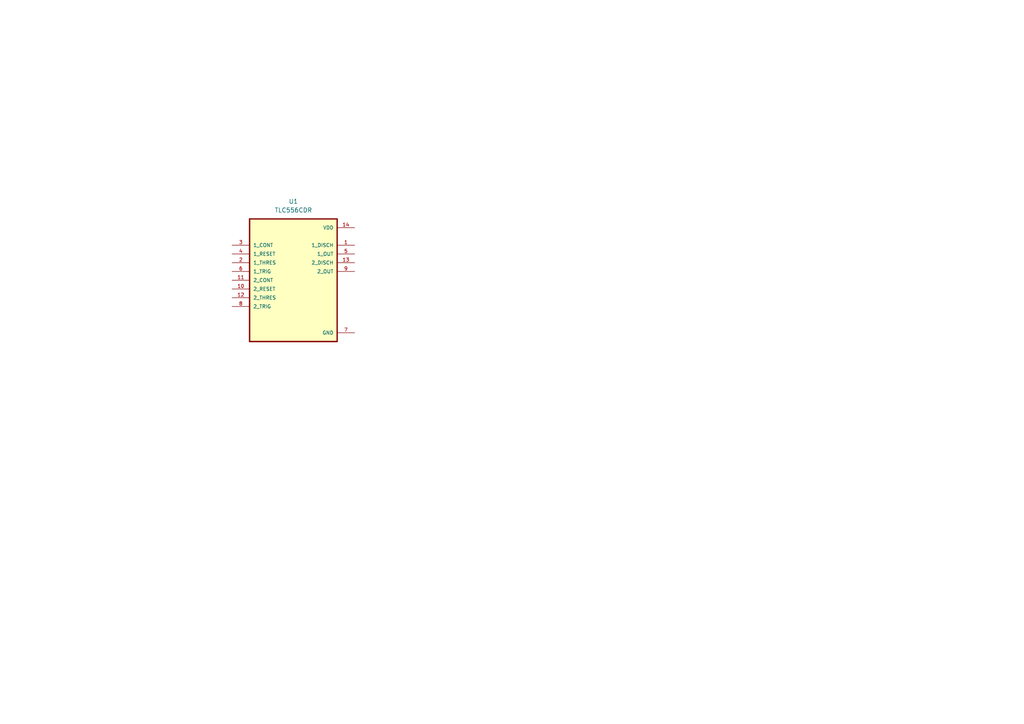
<source format=kicad_sch>
(kicad_sch (version 20250114) (generator "eeschema") (generator_version "9.0")
  (paper "A4")
  (lib_symbols
    (symbol "TLC556CDR:TLC556CDR" (pin_names (offset 1.016))
      (property "Reference" "U" (at -12.7 18.78 0))
      (property "Value" "TLC556CDR" (at -12.7 -21.78 0))
      (symbol "TLC556CDR_0_0"
        (rectangle (start -12.7 -17.78) (end 12.7 17.78) (stroke (width 0.41)) (fill (type background)))
        (pin input line (at -17.78 10.16 0) (length 5.08) (name "1_CONT") (number "3"))
        (pin input line (at -17.78 7.62 0) (length 5.08) (name "1_RESET") (number "4"))
        (pin input line (at -17.78 5.08 0) (length 5.08) (name "1_THRES") (number "2"))
        (pin input line (at -17.78 2.54 0) (length 5.08) (name "1_TRIG") (number "6"))
        (pin input line (at -17.78 0 0) (length 5.08) (name "2_CONT") (number "11"))
        (pin input line (at -17.78 -2.54 0) (length 5.08) (name "2_RESET") (number "10"))
        (pin input line (at -17.78 -5.08 0) (length 5.08) (name "2_THRES") (number "12"))
        (pin input line (at -17.78 -7.62 0) (length 5.08) (name "2_TRIG") (number "8"))
        (pin power_in line (at 17.78 15.24 180) (length 5.08) (name "VDD") (number "14"))
        (pin output line (at 17.78 10.16 180) (length 5.08) (name "1_DISCH") (number "1"))
        (pin output line (at 17.78 7.62 180) (length 5.08) (name "1_OUT") (number "5"))
        (pin output line (at 17.78 5.08 180) (length 5.08) (name "2_DISCH") (number "13"))
        (pin output line (at 17.78 2.54 180) (length 5.08) (name "2_OUT") (number "9"))
        (pin power_in line (at 17.78 -15.24 180) (length 5.08) (name "GND") (number "7"))
      )
    )
  )
  (symbol (lib_id "TLC556CDR:TLC556CDR") (at 85.09 81.28 0) (unit 1)
    (property "Reference" "U1" (at 85.09 58.42 0))
    (property "Value" "TLC556CDR" (at 85.09 60.96 0))
    (property "Footprint" "TLC556CDR:SOIC127P600X175-14N" (effects (hide yes)))
    (property "MF" "Texas Instruments" (effects (hide yes)))
    (property "Description_1" "15V Dual LinCMOS timer" (effects (hide yes)))
    (property "Package" "SOIC-14 Texas Instruments" (effects (hide yes)))
    (property "Price" "None" (effects (hide yes)))
    (property "SnapEDA_Link" "https://www.snapeda.com/parts/TLC556CDR/Texas+Instruments/view-part/?ref=snap" (effects (hide yes)))
    (property "MP" "TLC556CDR" (effects (hide yes)))
    (property "Availability" "In Stock" (effects (hide yes)))
    (property "Check_prices" "https://www.snapeda.com/parts/TLC556CDR/Texas+Instruments/view-part/?ref=eda" (effects (hide yes)))
  )
)
</source>
